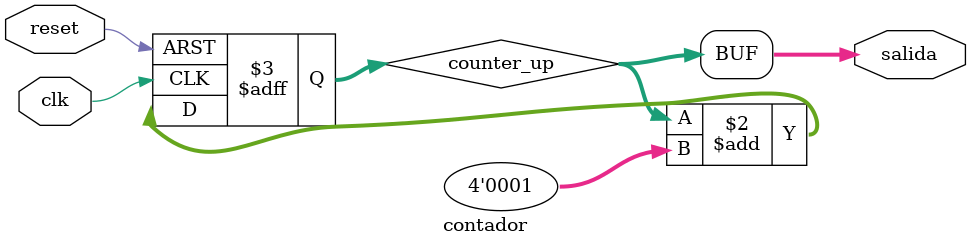
<source format=sv>
module contador (input clk, reset, output[3:0] salida);

reg [3:0] counter_up;

always @(posedge clk or posedge reset)
begin
if(reset)
 counter_up <= 4'd0;
else
 counter_up <= counter_up + 4'd1;
end 
assign salida = counter_up;

    
endmodule
</source>
